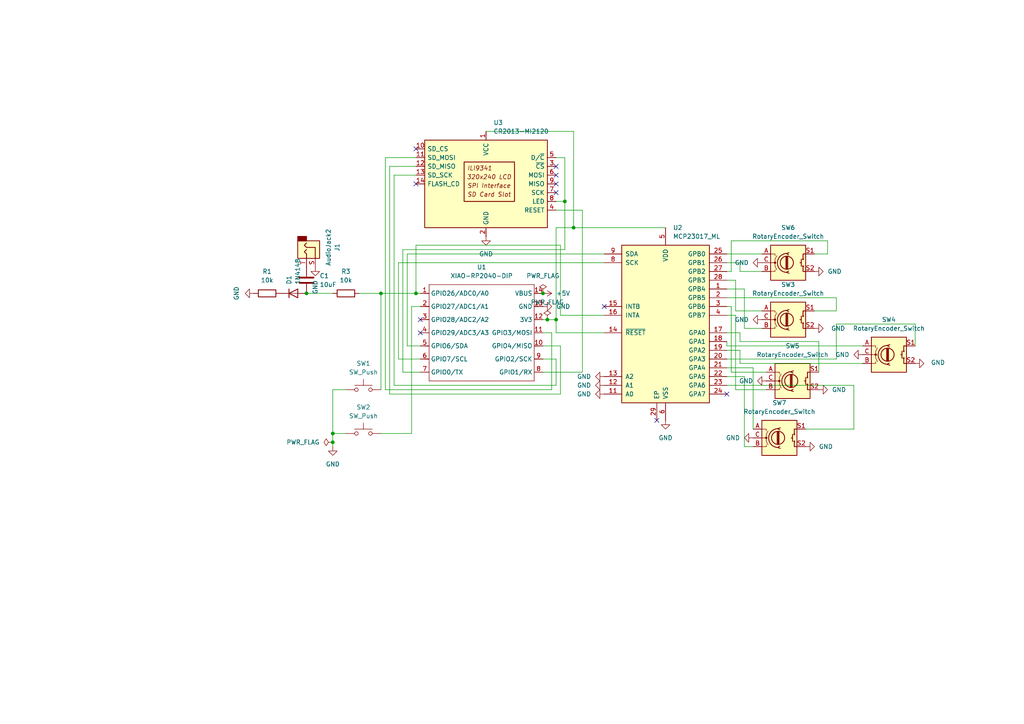
<source format=kicad_sch>
(kicad_sch (version 20250114) (generator "eeschema") (generator_version "9.0")
  (paper "A4")
  (lib_symbols
    (symbol "Connector_Audio:AudioJack2"
      (property "Reference" "J" (at 0 8.89 0))
      (property "Value" "AudioJack2" (at 0 6.35 0))
      (symbol "AudioJack2_0_1"
        (rectangle (start -3.81 0) (end -2.54 -2.54) (stroke (width 0.254)) (fill (type outline)))
        (rectangle (start -2.54 3.81) (end 2.54 -2.54) (stroke (width 0.254)) (fill (type background)))
        (polyline (pts (xy 0 0) (xy 0.635 -0.635) (xy 1.27 0) (xy 2.54 0)) (stroke (width 0.254)))
        (polyline (pts (xy 2.54 2.54) (xy -0.635 2.54) (xy -0.635 0) (xy -1.27 -0.635) (xy -1.905 0)) (stroke (width 0.254)))
      )
      (symbol "AudioJack2_1_1"
        (pin passive line (at 5.08 2.54 180) (length 2.54) (name "~") (number "S"))
        (pin passive line (at 5.08 0 180) (length 2.54) (name "~") (number "T"))
      )
    )
    (symbol "Device:C" (pin_numbers (hide yes)) (pin_names (offset 0.254))
      (property "Reference" "C" (at 0.635 2.54 0))
      (property "Value" "C" (at 0.635 -2.54 0))
      (symbol "C_0_1"
        (polyline (pts (xy -2.032 0.762) (xy 2.032 0.762)) (stroke (width 0.508)))
        (polyline (pts (xy -2.032 -0.762) (xy 2.032 -0.762)) (stroke (width 0.508)))
      )
      (symbol "C_1_1"
        (pin passive line (at 0 3.81 270) (length 2.794) (name "~") (number "1"))
        (pin passive line (at 0 -3.81 90) (length 2.794) (name "~") (number "2"))
      )
    )
    (symbol "Device:R" (pin_numbers (hide yes)) (pin_names (offset 0))
      (property "Reference" "R" (at 2.032 0 90))
      (property "Value" "R" (at 0 0 90))
      (symbol "R_0_1"
        (rectangle (start -1.016 -2.54) (end 1.016 2.54) (stroke (width 0.254)))
      )
      (symbol "R_1_1"
        (pin passive line (at 0 3.81 270) (length 1.27) (name "~") (number "1"))
        (pin passive line (at 0 -3.81 90) (length 1.27) (name "~") (number "2"))
      )
    )
    (symbol "Device:RotaryEncoder_Switch" (pin_names (offset 0.254) (hide yes))
      (property "Reference" "SW" (at 0 6.604 0))
      (property "Value" "RotaryEncoder_Switch" (at 0 -6.604 0))
      (symbol "RotaryEncoder_Switch_0_1"
        (rectangle (start -5.08 5.08) (end 5.08 -5.08) (stroke (width 0.254)) (fill (type background)))
        (polyline (pts (xy -5.08 2.54) (xy -3.81 2.54) (xy -3.81 2.032)))
        (polyline (pts (xy -5.08 0) (xy -3.81 0) (xy -3.81 -1.016) (xy -3.302 -2.032)))
        (polyline (pts (xy -5.08 -2.54) (xy -3.81 -2.54) (xy -3.81 -2.032)))
        (polyline (pts (xy -4.318 0) (xy -3.81 0) (xy -3.81 1.016) (xy -3.302 2.032)))
        (circle (center -3.81 0) (radius 0.254) (fill (type outline)))
        (polyline (pts (xy -0.635 -1.778) (xy -0.635 1.778)) (stroke (width 0.254)))
        (circle (center -0.381 0) (radius 1.905) (stroke (width 0.254)))
        (polyline (pts (xy -0.381 -1.778) (xy -0.381 1.778)) (stroke (width 0.254)))
        (arc (start -0.381 -2.794) (mid -3.0988 -0.0635) (end -0.381 2.667) (stroke (width 0.254)))
        (polyline (pts (xy -0.127 1.778) (xy -0.127 -1.778)) (stroke (width 0.254)))
        (polyline (pts (xy 0.254 2.921) (xy -0.508 2.667) (xy 0.127 2.286)) (stroke (width 0.254)))
        (polyline (pts (xy 0.254 -3.048) (xy -0.508 -2.794) (xy 0.127 -2.413)) (stroke (width 0.254)))
        (polyline (pts (xy 3.81 1.016) (xy 3.81 -1.016)) (stroke (width 0.254)))
        (polyline (pts (xy 3.81 0) (xy 3.429 0)) (stroke (width 0.254)))
        (circle (center 4.318 1.016) (radius 0.127) (stroke (width 0.254)))
        (circle (center 4.318 -1.016) (radius 0.127) (stroke (width 0.254)))
        (polyline (pts (xy 5.08 2.54) (xy 4.318 2.54) (xy 4.318 1.016)) (stroke (width 0.254)))
        (polyline (pts (xy 5.08 -2.54) (xy 4.318 -2.54) (xy 4.318 -1.016)) (stroke (width 0.254)))
      )
      (symbol "RotaryEncoder_Switch_1_1"
        (pin passive line (at -7.62 2.54 0) (length 2.54) (name "A") (number "A"))
        (pin passive line (at -7.62 0 0) (length 2.54) (name "C") (number "C"))
        (pin passive line (at -7.62 -2.54 0) (length 2.54) (name "B") (number "B"))
        (pin passive line (at 7.62 2.54 180) (length 2.54) (name "S1") (number "S1"))
        (pin passive line (at 7.62 -2.54 180) (length 2.54) (name "S2") (number "S2"))
      )
    )
    (symbol "Diode:1N4148" (pin_numbers (hide yes)) (pin_names (hide yes))
      (property "Reference" "D" (at 0 2.54 0))
      (property "Value" "1N4148" (at 0 -2.54 0))
      (symbol "1N4148_0_1"
        (polyline (pts (xy -1.27 1.27) (xy -1.27 -1.27)) (stroke (width 0.254)))
        (polyline (pts (xy 1.27 1.27) (xy 1.27 -1.27) (xy -1.27 0) (xy 1.27 1.27)) (stroke (width 0.254)))
        (polyline (pts (xy 1.27 0) (xy -1.27 0)))
      )
      (symbol "1N4148_1_1"
        (pin passive line (at -3.81 0 0) (length 2.54) (name "K") (number "1"))
        (pin passive line (at 3.81 0 180) (length 2.54) (name "A") (number "2"))
      )
    )
    (symbol "Driver_Display:CR2013-MI2120" (pin_names (offset 0.762))
      (property "Reference" "U" (at -17.526 13.97 0))
      (property "Value" "CR2013-MI2120" (at 1.905 13.97 0))
      (symbol "CR2013-MI2120_0_0"
        (text "ILI9341" (at -5.461 4.572 0) (effects (font (size 1.27 1.27) (italic yes)) (justify left)))
        (text "SPI Interface" (at -5.461 -0.508 0) (effects (font (size 1.27 1.27) (italic yes)) (justify left)))
        (text "SD Card Slot" (at -5.461 -3.048 0) (effects (font (size 1.27 1.27) (italic yes)) (justify left)))
        (text "320x240 LCD" (at 0.889 2.032 0) (effects (font (size 1.27 1.27) (italic yes))))
      )
      (symbol "CR2013-MI2120_0_1"
        (rectangle (start -17.78 12.7) (end 17.78 -12.7) (stroke (width 0.254)) (fill (type background)))
        (rectangle (start -6.35 6.35) (end 8.255 -5.08) (stroke (width 0.254)))
      )
      (symbol "CR2013-MI2120_1_1"
        (pin input line (at -20.32 10.16 0) (length 2.54) (name "SD_CS") (number "10"))
        (pin input line (at -20.32 7.62 0) (length 2.54) (name "SD_MOSI") (number "11"))
        (pin output line (at -20.32 5.08 0) (length 2.54) (name "SD_MISO") (number "12"))
        (pin input line (at -20.32 2.54 0) (length 2.54) (name "SD_SCK") (number "13"))
        (pin input line (at -20.32 0 0) (length 2.54) (name "FLASH_CD") (number "14"))
        (pin power_in line (at 0 15.24 270) (length 2.54) (name "VCC") (number "1"))
        (pin power_in line (at 0 -15.24 90) (length 2.54) (name "GND") (number "2"))
        (pin input line (at 20.32 7.62 180) (length 2.54) (name "D/~{C}") (number "5"))
        (pin input line (at 20.32 5.08 180) (length 2.54) (name "~{CS}") (number "3"))
        (pin input line (at 20.32 2.54 180) (length 2.54) (name "MOSI") (number "6"))
        (pin output line (at 20.32 0 180) (length 2.54) (name "MISO") (number "9"))
        (pin input line (at 20.32 -2.54 180) (length 2.54) (name "SCK") (number "7"))
        (pin input line (at 20.32 -5.08 180) (length 2.54) (name "LED") (number "8"))
        (pin input line (at 20.32 -7.62 180) (length 2.54) (name "RESET") (number "4"))
      )
    )
    (symbol "Interface_Expansion:MCP23017_ML" (pin_names (offset 1.016))
      (property "Reference" "U" (at -11.43 24.13 0))
      (property "Value" "MCP23017_ML" (at 0 0 0))
      (symbol "MCP23017_ML_0_1"
        (rectangle (start -12.7 22.86) (end 12.7 -22.86) (stroke (width 0.254)) (fill (type background)))
      )
      (symbol "MCP23017_ML_1_1"
        (pin bidirectional line (at -17.78 20.32 0) (length 5.08) (name "SDA") (number "9"))
        (pin input line (at -17.78 17.78 0) (length 5.08) (name "SCK") (number "8"))
        (pin tri_state line (at -17.78 5.08 0) (length 5.08) (name "INTB") (number "15"))
        (pin tri_state line (at -17.78 2.54 0) (length 5.08) (name "INTA") (number "16"))
        (pin input line (at -17.78 -2.54 0) (length 5.08) (name "~{RESET}") (number "14"))
        (pin input line (at -17.78 -15.24 0) (length 5.08) (name "A2") (number "13"))
        (pin input line (at -17.78 -17.78 0) (length 5.08) (name "A1") (number "12"))
        (pin input line (at -17.78 -20.32 0) (length 5.08) (name "A0") (number "11"))
        (pin no_connect line (at -12.7 15.24 0) (length 5.08) (hide yes) (name "NC") (number "7"))
        (pin no_connect line (at -12.7 12.7 0) (length 5.08) (hide yes) (name "NC") (number "10"))
        (pin passive line (at -2.54 -27.94 90) (length 5.08) (name "EP") (number "29"))
        (pin power_in line (at 0 27.94 270) (length 5.08) (name "VDD") (number "5"))
        (pin power_in line (at 0 -27.94 90) (length 5.08) (name "VSS") (number "6"))
        (pin bidirectional line (at 17.78 20.32 180) (length 5.08) (name "GPB0") (number "25"))
        (pin bidirectional line (at 17.78 17.78 180) (length 5.08) (name "GPB1") (number "26"))
        (pin bidirectional line (at 17.78 15.24 180) (length 5.08) (name "GPB2") (number "27"))
        (pin bidirectional line (at 17.78 12.7 180) (length 5.08) (name "GPB3") (number "28"))
        (pin bidirectional line (at 17.78 10.16 180) (length 5.08) (name "GPB4") (number "1"))
        (pin bidirectional line (at 17.78 7.62 180) (length 5.08) (name "GPB5") (number "2"))
        (pin bidirectional line (at 17.78 5.08 180) (length 5.08) (name "GPB6") (number "3"))
        (pin output line (at 17.78 2.54 180) (length 5.08) (name "GPB7") (number "4"))
        (pin bidirectional line (at 17.78 -2.54 180) (length 5.08) (name "GPA0") (number "17"))
        (pin bidirectional line (at 17.78 -5.08 180) (length 5.08) (name "GPA1") (number "18"))
        (pin bidirectional line (at 17.78 -7.62 180) (length 5.08) (name "GPA2") (number "19"))
        (pin bidirectional line (at 17.78 -10.16 180) (length 5.08) (name "GPA3") (number "20"))
        (pin bidirectional line (at 17.78 -12.7 180) (length 5.08) (name "GPA4") (number "21"))
        (pin bidirectional line (at 17.78 -15.24 180) (length 5.08) (name "GPA5") (number "22"))
        (pin bidirectional line (at 17.78 -17.78 180) (length 5.08) (name "GPA6") (number "23"))
        (pin output line (at 17.78 -20.32 180) (length 5.08) (name "GPA7") (number "24"))
      )
    )
    (symbol "OPL Library:XIAO-RP2040-DIP"
      (property "Reference" "U" (at 0 0 0))
      (property "Value" "XIAO-RP2040-DIP" (at 5.334 -1.778 0))
      (symbol "XIAO-RP2040-DIP_1_0"
        (polyline (pts (xy -1.27 -2.54) (xy 29.21 -2.54)) (stroke (width 0.1524)))
        (polyline (pts (xy -1.27 -5.08) (xy -2.54 -5.08)) (stroke (width 0.1524)))
        (polyline (pts (xy -1.27 -5.08) (xy -1.27 -2.54)) (stroke (width 0.1524)))
        (polyline (pts (xy -1.27 -8.89) (xy -2.54 -8.89)) (stroke (width 0.1524)))
        (polyline (pts (xy -1.27 -8.89) (xy -1.27 -5.08)) (stroke (width 0.1524)))
        (polyline (pts (xy -1.27 -12.7) (xy -2.54 -12.7)) (stroke (width 0.1524)))
        (polyline (pts (xy -1.27 -12.7) (xy -1.27 -8.89)) (stroke (width 0.1524)))
        (polyline (pts (xy -1.27 -16.51) (xy -2.54 -16.51)) (stroke (width 0.1524)))
        (polyline (pts (xy -1.27 -16.51) (xy -1.27 -12.7)) (stroke (width 0.1524)))
        (polyline (pts (xy -1.27 -20.32) (xy -2.54 -20.32)) (stroke (width 0.1524)))
        (polyline (pts (xy -1.27 -24.13) (xy -2.54 -24.13)) (stroke (width 0.1524)))
        (polyline (pts (xy -1.27 -27.94) (xy -2.54 -27.94)) (stroke (width 0.1524)))
        (polyline (pts (xy -1.27 -30.48) (xy -1.27 -16.51)) (stroke (width 0.1524)))
        (polyline (pts (xy 29.21 -2.54) (xy 29.21 -5.08)) (stroke (width 0.1524)))
        (polyline (pts (xy 29.21 -5.08) (xy 29.21 -8.89)) (stroke (width 0.1524)))
        (polyline (pts (xy 29.21 -8.89) (xy 29.21 -12.7)) (stroke (width 0.1524)))
        (polyline (pts (xy 29.21 -12.7) (xy 29.21 -30.48)) (stroke (width 0.1524)))
        (polyline (pts (xy 29.21 -30.48) (xy -1.27 -30.48)) (stroke (width 0.1524)))
        (polyline (pts (xy 30.48 -5.08) (xy 29.21 -5.08)) (stroke (width 0.1524)))
        (polyline (pts (xy 30.48 -8.89) (xy 29.21 -8.89)) (stroke (width 0.1524)))
        (polyline (pts (xy 30.48 -12.7) (xy 29.21 -12.7)) (stroke (width 0.1524)))
        (polyline (pts (xy 30.48 -16.51) (xy 29.21 -16.51)) (stroke (width 0.1524)))
        (polyline (pts (xy 30.48 -20.32) (xy 29.21 -20.32)) (stroke (width 0.1524)))
        (polyline (pts (xy 30.48 -24.13) (xy 29.21 -24.13)) (stroke (width 0.1524)))
        (polyline (pts (xy 30.48 -27.94) (xy 29.21 -27.94)) (stroke (width 0.1524)))
        (pin passive line (at -3.81 -5.08 0) (length 2.54) (name "GPIO26/ADC0/A0") (number "1"))
        (pin passive line (at -3.81 -8.89 0) (length 2.54) (name "GPIO27/ADC1/A1") (number "2"))
        (pin passive line (at -3.81 -12.7 0) (length 2.54) (name "GPIO28/ADC2/A2") (number "3"))
        (pin passive line (at -3.81 -16.51 0) (length 2.54) (name "GPIO29/ADC3/A3") (number "4"))
        (pin passive line (at -3.81 -20.32 0) (length 2.54) (name "GPIO6/SDA") (number "5"))
        (pin passive line (at -3.81 -24.13 0) (length 2.54) (name "GPIO7/SCL") (number "6"))
        (pin passive line (at -3.81 -27.94 0) (length 2.54) (name "GPIO0/TX") (number "7"))
        (pin passive line (at 31.75 -5.08 180) (length 2.54) (name "VBUS") (number "14"))
        (pin passive line (at 31.75 -8.89 180) (length 2.54) (name "GND") (number "13"))
        (pin passive line (at 31.75 -12.7 180) (length 2.54) (name "3V3") (number "12"))
        (pin passive line (at 31.75 -16.51 180) (length 2.54) (name "GPIO3/MOSI") (number "11"))
        (pin passive line (at 31.75 -20.32 180) (length 2.54) (name "GPIO4/MISO") (number "10"))
        (pin passive line (at 31.75 -24.13 180) (length 2.54) (name "GPIO2/SCK") (number "9"))
        (pin passive line (at 31.75 -27.94 180) (length 2.54) (name "GPIO1/RX") (number "8"))
      )
    )
    (symbol "Switch:SW_Push" (pin_numbers (hide yes)) (pin_names (offset 1.016) (hide yes))
      (property "Reference" "SW" (at 1.27 2.54 0))
      (property "Value" "SW_Push" (at 0 -1.524 0))
      (symbol "SW_Push_0_1"
        (circle (center -2.032 0) (radius 0.508))
        (polyline (pts (xy 0 1.27) (xy 0 3.048)))
        (circle (center 2.032 0) (radius 0.508))
        (polyline (pts (xy 2.54 1.27) (xy -2.54 1.27)))
        (pin passive line (at -5.08 0 0) (length 2.54) (name "1") (number "1"))
        (pin passive line (at 5.08 0 180) (length 2.54) (name "2") (number "2"))
      )
    )
    (symbol "power:+5V" (power) (pin_numbers (hide yes)) (pin_names (offset 0) (hide yes))
      (property "Value" "+5V" (at 0 3.556 0))
      (symbol "+5V_0_1"
        (polyline (pts (xy -0.762 1.27) (xy 0 2.54)))
        (polyline (pts (xy 0 2.54) (xy 0.762 1.27)))
        (polyline (pts (xy 0 0) (xy 0 2.54)))
      )
      (symbol "+5V_1_1"
        (pin power_in line (at 0 0 90) (length 0) (name "~") (number "1"))
      )
    )
    (symbol "power:GND" (power) (pin_numbers (hide yes)) (pin_names (offset 0) (hide yes))
      (property "Value" "GND" (at 0 -3.81 0))
      (symbol "GND_0_1"
        (polyline (pts (xy 0 0) (xy 0 -1.27) (xy 1.27 -1.27) (xy 0 -2.54) (xy -1.27 -1.27) (xy 0 -1.27)))
      )
      (symbol "GND_1_1"
        (pin power_in line (at 0 0 270) (length 0) (name "~") (number "1"))
      )
    )
    (symbol "power:PWR_FLAG" (power) (pin_numbers (hide yes)) (pin_names (offset 0) (hide yes))
      (property "Value" "PWR_FLAG" (at 0 3.81 0))
      (symbol "PWR_FLAG_0_0"
        (pin power_out line (at 0 0 90) (length 0) (name "~") (number "1"))
      )
      (symbol "PWR_FLAG_0_1"
        (polyline (pts (xy 0 0) (xy 0 1.27) (xy -1.016 1.905) (xy 0 2.54) (xy 1.016 1.905) (xy 0 1.27)))
      )
    )
  )
  (junction (at 96.52 128.27))
  (junction (at 163.83 58.42))
  (junction (at 110.49 85.09))
  (junction (at 157.48 85.09))
  (junction (at 166.37 66.04))
  (junction (at 161.29 92.71))
  (junction (at 120.65 85.09))
  (junction (at 96.52 125.73))
  (junction (at 88.9 85.09))
  (junction (at 158.75 92.71))
  (no_connect (at 161.29 53.34))
  (no_connect (at 190.5 121.92))
  (no_connect (at 161.29 55.88))
  (no_connect (at 161.29 50.8))
  (no_connect (at 120.65 43.18))
  (no_connect (at 210.82 114.3))
  (no_connect (at 120.65 53.34))
  (no_connect (at 121.92 92.71))
  (no_connect (at 175.26 88.9))
  (no_connect (at 161.29 48.26))
  (no_connect (at 121.92 96.52))
  (wire (pts (xy 240.03 69.85) (xy 212.09 69.85)))
  (wire (pts (xy 157.48 100.33) (xy 162.56 100.33)))
  (wire (pts (xy 166.37 38.1) (xy 166.37 66.04)))
  (wire (pts (xy 233.68 124.46) (xy 247.65 124.46)))
  (wire (pts (xy 96.52 128.27) (xy 96.52 129.54)))
  (wire (pts (xy 236.22 90.17) (xy 242.57 90.17)))
  (wire (pts (xy 215.9 129.54) (xy 218.44 129.54)))
  (wire (pts (xy 193.04 66.04) (xy 166.37 66.04)))
  (wire (pts (xy 111.76 113.03) (xy 111.76 45.72)))
  (wire (pts (xy 96.52 125.73) (xy 96.52 128.27)))
  (wire (pts (xy 210.82 111.76) (xy 247.65 111.76)))
  (wire (pts (xy 175.26 96.52) (xy 161.29 96.52)))
  (wire (pts (xy 161.29 111.76) (xy 161.29 104.14)))
  (wire (pts (xy 212.09 69.85) (xy 212.09 78.74)))
  (wire (pts (xy 175.26 76.2) (xy 115.57 76.2)))
  (wire (pts (xy 162.56 114.3) (xy 113.03 114.3)))
  (wire (pts (xy 210.82 106.68) (xy 218.44 106.68)))
  (wire (pts (xy 214.63 76.2) (xy 210.82 76.2)))
  (wire (pts (xy 213.36 113.03) (xy 222.25 113.03)))
  (wire (pts (xy 118.11 73.66) (xy 118.11 100.33)))
  (wire (pts (xy 162.56 91.44) (xy 162.56 71.12)))
  (wire (pts (xy 161.29 58.42) (xy 163.83 58.42)))
  (wire (pts (xy 160.02 113.03) (xy 111.76 113.03)))
  (wire (pts (xy 222.25 107.95) (xy 212.09 107.95)))
  (wire (pts (xy 114.3 111.76) (xy 161.29 111.76)))
  (wire (pts (xy 120.65 85.09) (xy 121.92 85.09)))
  (wire (pts (xy 119.38 125.73) (xy 119.38 88.9)))
  (wire (pts (xy 242.57 104.14) (xy 210.82 104.14)))
  (wire (pts (xy 212.09 88.9) (xy 210.82 88.9)))
  (wire (pts (xy 120.65 50.8) (xy 114.3 50.8)))
  (wire (pts (xy 96.52 125.73) (xy 96.52 113.03)))
  (wire (pts (xy 110.49 85.09) (xy 120.65 85.09)))
  (wire (pts (xy 220.98 95.25) (xy 215.9 95.25)))
  (wire (pts (xy 236.22 73.66) (xy 240.03 73.66)))
  (wire (pts (xy 140.97 38.1) (xy 166.37 38.1)))
  (wire (pts (xy 212.09 78.74) (xy 210.82 78.74)))
  (wire (pts (xy 213.36 81.28) (xy 210.82 81.28)))
  (wire (pts (xy 240.03 73.66) (xy 240.03 69.85)))
  (wire (pts (xy 161.29 92.71) (xy 158.75 92.71)))
  (wire (pts (xy 220.98 90.17) (xy 213.36 90.17)))
  (wire (pts (xy 116.84 72.39) (xy 116.84 107.95)))
  (wire (pts (xy 96.52 113.03) (xy 100.33 113.03)))
  (wire (pts (xy 210.82 109.22) (xy 215.9 109.22)))
  (wire (pts (xy 111.76 45.72) (xy 120.65 45.72)))
  (wire (pts (xy 163.83 58.42) (xy 163.83 72.39)))
  (wire (pts (xy 162.56 100.33) (xy 162.56 114.3)))
  (wire (pts (xy 213.36 113.03) (xy 213.36 91.44)))
  (wire (pts (xy 242.57 93.98) (xy 242.57 104.14)))
  (wire (pts (xy 114.3 50.8) (xy 114.3 111.76)))
  (wire (pts (xy 163.83 72.39) (xy 116.84 72.39)))
  (wire (pts (xy 237.49 99.06) (xy 214.63 99.06)))
  (wire (pts (xy 161.29 96.52) (xy 161.29 92.71)))
  (wire (pts (xy 96.52 125.73) (xy 100.33 125.73)))
  (wire (pts (xy 96.52 85.09) (xy 88.9 85.09)))
  (wire (pts (xy 213.36 91.44) (xy 210.82 91.44)))
  (wire (pts (xy 118.11 100.33) (xy 121.92 100.33)))
  (wire (pts (xy 210.82 73.66) (xy 220.98 73.66)))
  (wire (pts (xy 168.91 107.95) (xy 157.48 107.95)))
  (wire (pts (xy 214.63 105.41) (xy 214.63 101.6)))
  (wire (pts (xy 175.26 73.66) (xy 118.11 73.66)))
  (wire (pts (xy 113.03 48.26) (xy 120.65 48.26)))
  (wire (pts (xy 161.29 66.04) (xy 161.29 92.71)))
  (wire (pts (xy 115.57 104.14) (xy 121.92 104.14)))
  (wire (pts (xy 161.29 45.72) (xy 163.83 45.72)))
  (wire (pts (xy 161.29 60.96) (xy 168.91 60.96)))
  (wire (pts (xy 161.29 104.14) (xy 157.48 104.14)))
  (wire (pts (xy 210.82 100.33) (xy 210.82 99.06)))
  (wire (pts (xy 214.63 99.06) (xy 214.63 96.52)))
  (wire (pts (xy 158.75 92.71) (xy 157.48 92.71)))
  (wire (pts (xy 214.63 101.6) (xy 210.82 101.6)))
  (wire (pts (xy 166.37 66.04) (xy 161.29 66.04)))
  (wire (pts (xy 215.9 109.22) (xy 215.9 129.54)))
  (wire (pts (xy 110.49 113.03) (xy 110.49 85.09)))
  (wire (pts (xy 113.03 114.3) (xy 113.03 48.26)))
  (wire (pts (xy 214.63 78.74) (xy 220.98 78.74)))
  (wire (pts (xy 237.49 107.95) (xy 237.49 99.06)))
  (wire (pts (xy 115.57 76.2) (xy 115.57 104.14)))
  (wire (pts (xy 214.63 96.52) (xy 210.82 96.52)))
  (wire (pts (xy 104.14 85.09) (xy 110.49 85.09)))
  (wire (pts (xy 250.19 105.41) (xy 214.63 105.41)))
  (wire (pts (xy 162.56 71.12) (xy 120.65 71.12)))
  (wire (pts (xy 175.26 91.44) (xy 162.56 91.44)))
  (wire (pts (xy 116.84 107.95) (xy 121.92 107.95)))
  (wire (pts (xy 247.65 124.46) (xy 247.65 111.76)))
  (wire (pts (xy 242.57 90.17) (xy 242.57 86.36)))
  (wire (pts (xy 265.43 100.33) (xy 265.43 93.98)))
  (wire (pts (xy 157.48 96.52) (xy 160.02 96.52)))
  (wire (pts (xy 168.91 60.96) (xy 168.91 107.95)))
  (wire (pts (xy 119.38 88.9) (xy 121.92 88.9)))
  (wire (pts (xy 110.49 125.73) (xy 119.38 125.73)))
  (wire (pts (xy 215.9 95.25) (xy 215.9 83.82)))
  (wire (pts (xy 163.83 45.72) (xy 163.83 58.42)))
  (wire (pts (xy 250.19 100.33) (xy 210.82 100.33)))
  (wire (pts (xy 160.02 96.52) (xy 160.02 113.03)))
  (wire (pts (xy 210.82 86.36) (xy 242.57 86.36)))
  (wire (pts (xy 214.63 78.74) (xy 214.63 76.2)))
  (wire (pts (xy 218.44 106.68) (xy 218.44 124.46)))
  (wire (pts (xy 120.65 71.12) (xy 120.65 85.09)))
  (wire (pts (xy 212.09 107.95) (xy 212.09 88.9)))
  (wire (pts (xy 215.9 83.82) (xy 210.82 83.82)))
  (wire (pts (xy 265.43 93.98) (xy 242.57 93.98)))
  (wire (pts (xy 213.36 90.17) (xy 213.36 81.28)))
  (symbol (lib_id "power:GND") (at 175.26 111.76 270) (unit 1)
    (property "Reference" "#PWR05" (effects (hide yes)))
    (property "Value" "GND" (at 171.45 111.7599 90) (effects (justify right)))
    (property "Description" "Power symbol creates a global label with name \"GND\" , ground" (effects (hide yes)))
  )
  (symbol (lib_id "power:GND") (at 140.97 68.58 0) (unit 1)
    (property "Reference" "#PWR016" (effects (hide yes)))
    (property "Value" "GND" (at 140.97 73.66 0))
    (property "Description" "Power symbol creates a global label with name \"GND\" , ground" (effects (hide yes)))
  )
  (symbol (lib_id "power:GND") (at 73.66 85.09 270) (unit 1)
    (property "Reference" "#PWR0104" (effects (hide yes)))
    (property "Value" "GND" (at 68.58 85.09 0))
    (property "Description" "Power symbol creates a global label with name \"GND\" , ground" (effects (hide yes)))
  )
  (symbol (lib_id "power:PWR_FLAG") (at 158.75 92.71 0) (unit 1)
    (property "Reference" "#FLG02" (effects (hide yes)))
    (property "Value" "PWR_FLAG" (at 158.75 87.63 0))
    (property "Description" "Special symbol for telling ERC where power comes from" (effects (hide yes)))
  )
  (symbol (lib_id "power:GND") (at 236.22 78.74 90) (unit 1)
    (property "Reference" "#PWR08" (effects (hide yes)))
    (property "Value" "GND" (at 240.03 78.7399 90) (effects (justify right)))
    (property "Description" "Power symbol creates a global label with name \"GND\" , ground" (effects (hide yes)))
  )
  (symbol (lib_id "power:GND") (at 250.19 102.87 270) (unit 1)
    (property "Reference" "#PWR012" (effects (hide yes)))
    (property "Value" "GND" (at 246.38 102.8699 90) (effects (justify right)))
    (property "Description" "Power symbol creates a global label with name \"GND\" , ground" (effects (hide yes)))
  )
  (symbol (lib_id "power:GND") (at 91.44 77.47 0) (unit 1)
    (property "Reference" "#PWR0103" (effects (hide yes)))
    (property "Value" "GND" (at 91.4401 81.28 90) (effects (justify right)))
    (property "Description" "Power symbol creates a global label with name \"GND\" , ground" (effects (hide yes)))
  )
  (symbol (lib_id "Interface_Expansion:MCP23017_ML") (at 193.04 93.98 0) (unit 1)
    (property "Reference" "U2" (at 195.1833 66.04 0) (effects (justify left)))
    (property "Value" "MCP23017_ML" (at 195.1833 68.58 0) (effects (justify left)))
    (property "Footprint" "Package_DFN_QFN:QFN-28-1EP_6x6mm_P0.65mm_EP4.25x4.25mm" (effects (hide yes)))
    (property "Datasheet" "https://ww1.microchip.com/downloads/aemDocuments/documents/APID/ProductDocuments/DataSheets/MCP23017-Data-Sheet-DS20001952.pdf" (effects (hide yes)))
    (property "Description" "16-bit I/O expander, I2C, interrupts, w pull-ups, GPA/B7 output only (https://microchip.my.site.com/s/article/GPA7---GPB7-Cannot-Be-Used-as-Inputs-In-MCP23017), QFN-28" (effects (hide yes)))
  )
  (symbol (lib_id "power:PWR_FLAG") (at 96.52 128.27 90) (unit 1)
    (property "Reference" "#FLG03" (effects (hide yes)))
    (property "Value" "PWR_FLAG" (at 92.71 128.2699 90) (effects (justify left)))
    (property "Description" "Special symbol for telling ERC where power comes from" (effects (hide yes)))
  )
  (symbol (lib_id "power:GND") (at 157.48 88.9 90) (unit 1)
    (property "Reference" "#PWR018" (effects (hide yes)))
    (property "Value" "GND" (at 161.29 88.8999 90) (effects (justify right)))
    (property "Description" "Power symbol creates a global label with name \"GND\" , ground" (effects (hide yes)))
  )
  (symbol (lib_id "power:GND") (at 175.26 114.3 270) (unit 1)
    (property "Reference" "#PWR06" (effects (hide yes)))
    (property "Value" "GND" (at 171.45 114.2999 90) (effects (justify right)))
    (property "Description" "Power symbol creates a global label with name \"GND\" , ground" (effects (hide yes)))
  )
  (symbol (lib_id "Connector_Audio:AudioJack2") (at 88.9 72.39 270) (unit 1)
    (property "Reference" "J1" (at 97.79 71.755 0))
    (property "Value" "AudioJack2" (at 95.25 71.755 0))
    (property "Footprint" "Connector_Audio:Jack_3.5mm_PJ320D_Horizontal" (effects (hide yes)))
    (property "Description" "Audio Jack, 2 Poles (Mono / TS)" (effects (hide yes)))
  )
  (symbol (lib_id "power:GND") (at 236.22 95.25 90) (unit 1)
    (property "Reference" "#PWR010" (effects (hide yes)))
    (property "Value" "GND" (at 241.046 95.25 90) (effects (justify right)))
    (property "Description" "Power symbol creates a global label with name \"GND\" , ground" (effects (hide yes)))
  )
  (symbol (lib_id "power:+5V") (at 157.48 85.09 270) (unit 1)
    (property "Reference" "#PWR017" (effects (hide yes)))
    (property "Value" "+5V" (at 161.29 85.0899 90) (effects (justify left)))
    (property "Description" "Power symbol creates a global label with name \"+5V\"" (effects (hide yes)))
  )
  (symbol (lib_id "power:PWR_FLAG") (at 157.48 85.09 0) (unit 1)
    (property "Reference" "#FLG01" (effects (hide yes)))
    (property "Value" "PWR_FLAG" (at 157.48 80.01 0))
    (property "Description" "Special symbol for telling ERC where power comes from" (effects (hide yes)))
  )
  (symbol (lib_id "Device:RotaryEncoder_Switch") (at 257.81 102.87 0) (unit 1)
    (property "Reference" "SW4" (at 257.81 92.71 0))
    (property "Value" "RotaryEncoder_Switch" (at 257.81 95.25 0))
    (property "Footprint" "Rotary_Encoder:RotaryEncoder_Alps_EC11E-Switch_Vertical_H20mm" (effects (hide yes)))
    (property "Description" "Rotary encoder, dual channel, incremental quadrate outputs, with switch" (effects (hide yes)))
  )
  (symbol (lib_id "power:GND") (at 218.44 127 270) (unit 1)
    (property "Reference" "#PWR013" (effects (hide yes)))
    (property "Value" "GND" (at 214.63 126.9999 90) (effects (justify right)))
    (property "Description" "Power symbol creates a global label with name \"GND\" , ground" (effects (hide yes)))
  )
  (symbol (lib_id "Device:RotaryEncoder_Switch") (at 229.87 110.49 0) (unit 1)
    (property "Reference" "SW5" (at 229.87 100.33 0))
    (property "Value" "RotaryEncoder_Switch" (at 229.87 102.87 0))
    (property "Footprint" "Rotary_Encoder:RotaryEncoder_Alps_EC11E-Switch_Vertical_H20mm" (effects (hide yes)))
    (property "Description" "Rotary encoder, dual channel, incremental quadrate outputs, with switch" (effects (hide yes)))
  )
  (symbol (lib_id "Device:RotaryEncoder_Switch") (at 228.6 76.2 0) (unit 1)
    (property "Reference" "SW6" (at 228.6 66.04 0))
    (property "Value" "RotaryEncoder_Switch" (at 228.6 68.58 0))
    (property "Footprint" "Rotary_Encoder:RotaryEncoder_Alps_EC11E-Switch_Vertical_H20mm" (effects (hide yes)))
    (property "Description" "Rotary encoder, dual channel, incremental quadrate outputs, with switch" (effects (hide yes)))
  )
  (symbol (lib_id "power:GND") (at 96.52 129.54 0) (unit 1)
    (property "Reference" "#PWR0105" (effects (hide yes)))
    (property "Value" "GND" (at 96.52 134.62 0))
    (property "Description" "Power symbol creates a global label with name \"GND\" , ground" (effects (hide yes)))
  )
  (symbol (lib_id "power:GND") (at 265.43 105.41 90) (unit 1)
    (property "Reference" "#PWR01" (effects (hide yes)))
    (property "Value" "GND" (at 270.002 105.156 90) (effects (justify right)))
    (property "Description" "Power symbol creates a global label with name \"GND\" , ground" (effects (hide yes)))
  )
  (symbol (lib_id "Switch:SW_Push") (at 105.41 125.73 0) (unit 1)
    (property "Reference" "SW2" (at 105.41 118.11 0))
    (property "Value" "SW_Push" (at 105.41 120.65 0))
    (property "Footprint" "Button_Switch_Keyboard:SW_Cherry_MX_1.00u_PCB" (effects (hide yes)))
    (property "Description" "Push button switch, generic, two pins" (effects (hide yes)))
  )
  (symbol (lib_id "Device:C") (at 88.9 81.28 0) (unit 1)
    (property "Reference" "C1" (at 92.71 80.0099 0) (effects (justify left)))
    (property "Value" "10uF" (at 92.71 82.5499 0) (effects (justify left)))
    (property "Footprint" "Capacitor_SMD:C_0805_2012Metric" (effects (hide yes)))
    (property "Description" "Unpolarized capacitor" (effects (hide yes)))
  )
  (symbol (lib_id "power:GND") (at 233.68 129.54 90) (unit 1)
    (property "Reference" "#PWR015" (effects (hide yes)))
    (property "Value" "GND" (at 237.49 129.5399 90) (effects (justify right)))
    (property "Description" "Power symbol creates a global label with name \"GND\" , ground" (effects (hide yes)))
  )
  (symbol (lib_id "power:GND") (at 237.49 113.03 90) (unit 1)
    (property "Reference" "#PWR02" (effects (hide yes)))
    (property "Value" "GND" (at 241.3 113.0299 90) (effects (justify right)))
    (property "Description" "Power symbol creates a global label with name \"GND\" , ground" (effects (hide yes)))
  )
  (symbol (lib_id "Switch:SW_Push") (at 105.41 113.03 0) (unit 1)
    (property "Reference" "SW1" (at 105.41 105.41 0))
    (property "Value" "SW_Push" (at 105.41 107.95 0))
    (property "Footprint" "Button_Switch_Keyboard:SW_Cherry_MX_1.00u_PCB" (effects (hide yes)))
    (property "Description" "Push button switch, generic, two pins" (effects (hide yes)))
  )
  (symbol (lib_id "power:GND") (at 220.98 76.2 270) (unit 1)
    (property "Reference" "#PWR09" (effects (hide yes)))
    (property "Value" "GND" (at 217.17 76.1999 90) (effects (justify right)))
    (property "Description" "Power symbol creates a global label with name \"GND\" , ground" (effects (hide yes)))
  )
  (symbol (lib_id "power:GND") (at 193.04 121.92 0) (unit 1)
    (property "Reference" "#PWR03" (effects (hide yes)))
    (property "Value" "GND" (at 193.04 127 0))
    (property "Description" "Power symbol creates a global label with name \"GND\" , ground" (effects (hide yes)))
  )
  (symbol (lib_id "OPL Library:XIAO-RP2040-DIP") (at 125.73 80.01 0) (unit 1)
    (property "Reference" "U1" (at 139.7 77.47 0))
    (property "Value" "XIAO-RP2040-DIP" (at 139.7 80.01 0))
    (property "Footprint" "XIAO_Footprints:XIAO-RP2040-DIP" (effects (hide yes)))
  )
  (symbol (lib_id "Device:R") (at 77.47 85.09 270) (unit 1)
    (property "Reference" "R1" (at 77.47 78.74 90))
    (property "Value" "10k" (at 77.47 81.28 90))
    (property "Footprint" "Resistor_SMD:R_0805_2012Metric" (effects (hide yes)))
    (property "Description" "Resistor" (effects (hide yes)))
  )
  (symbol (lib_id "Device:R") (at 100.33 85.09 90) (unit 1)
    (property "Reference" "R3" (at 100.33 78.74 90))
    (property "Value" "10k" (at 100.33 81.28 90))
    (property "Footprint" "Resistor_SMD:R_0805_2012Metric" (effects (hide yes)))
    (property "Description" "Resistor" (effects (hide yes)))
  )
  (symbol (lib_id "Driver_Display:CR2013-MI2120") (at 140.97 53.34 0) (unit 1)
    (property "Reference" "U3" (at 143.1133 35.56 0) (effects (justify left)))
    (property "Value" "CR2013-MI2120" (at 143.1133 38.1 0) (effects (justify left)))
    (property "Footprint" "Display:CR2013-MI2120" (effects (hide yes)))
    (property "Datasheet" "http://pan.baidu.com/s/11Y990" (effects (hide yes)))
    (property "Description" "ILI9341 controller, SPI TFT LCD Display, 9-pin breakout PCB, 4-pin SD card interface, 5V/3.3V" (effects (hide yes)))
  )
  (symbol (lib_id "Diode:1N4148") (at 85.09 85.09 0) (unit 1)
    (property "Reference" "D1" (at 83.8199 82.55 90) (effects (justify left)))
    (property "Value" "1N4148" (at 86.3599 82.55 90) (effects (justify left)))
    (property "Footprint" "Diode_THT:D_DO-35_SOD27_P7.62mm_Horizontal" (effects (hide yes)))
    (property "Datasheet" "https://assets.nexperia.com/documents/data-sheet/1N4148_1N4448.pdf" (effects (hide yes)))
    (property "Description" "100V 0.15A standard switching diode, DO-35" (effects (hide yes)))
    (property "Sim.Device" "D" (effects (hide yes)))
    (property "Sim.Pins" "1=K 2=A" (effects (hide yes)))
  )
  (symbol (lib_id "power:GND") (at 175.26 109.22 270) (unit 1)
    (property "Reference" "#PWR04" (effects (hide yes)))
    (property "Value" "GND" (at 171.45 109.2199 90) (effects (justify right)))
    (property "Description" "Power symbol creates a global label with name \"GND\" , ground" (effects (hide yes)))
  )
  (symbol (lib_id "Device:RotaryEncoder_Switch") (at 228.6 92.71 0) (unit 1)
    (property "Reference" "SW3" (at 228.6 82.55 0))
    (property "Value" "RotaryEncoder_Switch" (at 228.6 85.09 0))
    (property "Footprint" "Rotary_Encoder:RotaryEncoder_Alps_EC11E-Switch_Vertical_H20mm" (effects (hide yes)))
    (property "Description" "Rotary encoder, dual channel, incremental quadrate outputs, with switch" (effects (hide yes)))
  )
  (symbol (lib_id "power:GND") (at 222.25 110.49 270) (unit 1)
    (property "Reference" "#PWR07" (effects (hide yes)))
    (property "Value" "GND" (at 218.44 110.4899 90) (effects (justify right)))
    (property "Description" "Power symbol creates a global label with name \"GND\" , ground" (effects (hide yes)))
  )
  (symbol (lib_id "Device:RotaryEncoder_Switch") (at 226.06 127 0) (unit 1)
    (property "Reference" "SW7" (at 226.06 116.84 0))
    (property "Value" "RotaryEncoder_Switch" (at 226.06 119.38 0))
    (property "Footprint" "Rotary_Encoder:RotaryEncoder_Alps_EC11E-Switch_Vertical_H20mm" (effects (hide yes)))
    (property "Description" "Rotary encoder, dual channel, incremental quadrate outputs, with switch" (effects (hide yes)))
  )
  (symbol (lib_id "power:GND") (at 220.98 92.71 270) (unit 1)
    (property "Reference" "#PWR011" (effects (hide yes)))
    (property "Value" "GND" (at 217.17 92.7099 90) (effects (justify right)))
    (property "Description" "Power symbol creates a global label with name \"GND\" , ground" (effects (hide yes)))
  )
)
</source>
